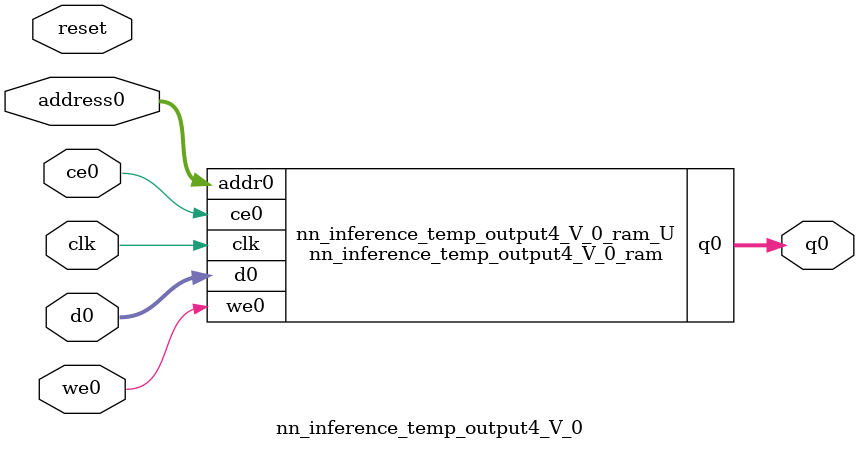
<source format=v>
`timescale 1 ns / 1 ps
module nn_inference_temp_output4_V_0_ram (addr0, ce0, d0, we0, q0,  clk);

parameter DWIDTH = 32;
parameter AWIDTH = 4;
parameter MEM_SIZE = 10;

input[AWIDTH-1:0] addr0;
input ce0;
input[DWIDTH-1:0] d0;
input we0;
output reg[DWIDTH-1:0] q0;
input clk;

reg [DWIDTH-1:0] ram[0:MEM_SIZE-1];




always @(posedge clk)  
begin 
    if (ce0) begin
        if (we0) 
            ram[addr0] <= d0; 
        q0 <= ram[addr0];
    end
end


endmodule

`timescale 1 ns / 1 ps
module nn_inference_temp_output4_V_0(
    reset,
    clk,
    address0,
    ce0,
    we0,
    d0,
    q0);

parameter DataWidth = 32'd32;
parameter AddressRange = 32'd10;
parameter AddressWidth = 32'd4;
input reset;
input clk;
input[AddressWidth - 1:0] address0;
input ce0;
input we0;
input[DataWidth - 1:0] d0;
output[DataWidth - 1:0] q0;



nn_inference_temp_output4_V_0_ram nn_inference_temp_output4_V_0_ram_U(
    .clk( clk ),
    .addr0( address0 ),
    .ce0( ce0 ),
    .we0( we0 ),
    .d0( d0 ),
    .q0( q0 ));

endmodule


</source>
